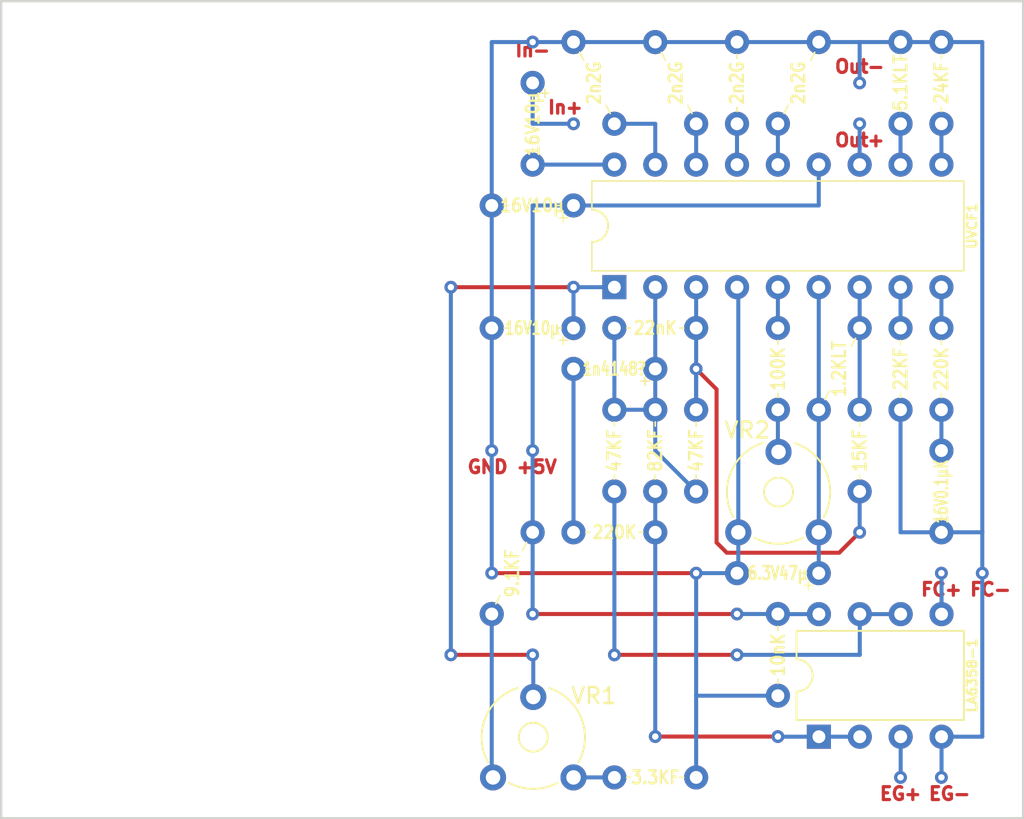
<source format=kicad_pcb>
(kicad_pcb (version 20170123) (host pcbnew "(2017-08-05 revision 2e96a5bc9)-master")

  (general
    (thickness 1.6)
    (drawings 14)
    (tracks 140)
    (zones 0)
    (modules 29)
    (nets 29)
  )

  (page A4)
  (layers
    (0 F.Cu signal)
    (31 B.Cu signal)
    (32 B.Adhes user)
    (33 F.Adhes user)
    (34 B.Paste user)
    (35 F.Paste user)
    (36 B.SilkS user)
    (37 F.SilkS user)
    (38 B.Mask user)
    (39 F.Mask user)
    (40 Dwgs.User user)
    (41 Cmts.User user)
    (42 Eco1.User user)
    (43 Eco2.User user)
    (44 Edge.Cuts user)
    (45 Margin user)
    (46 B.CrtYd user)
    (47 F.CrtYd user)
    (48 B.Fab user)
    (49 F.Fab user)
  )

  (setup
    (last_trace_width 0.25)
    (trace_clearance 0)
    (zone_clearance 0.508)
    (zone_45_only no)
    (trace_min 0.2)
    (segment_width 0.2)
    (edge_width 0.15)
    (via_size 0.8)
    (via_drill 0.4)
    (via_min_size 0.4)
    (via_min_drill 0.3)
    (uvia_size 0.3)
    (uvia_drill 0.1)
    (uvias_allowed no)
    (uvia_min_size 0.2)
    (uvia_min_drill 0.1)
    (pcb_text_width 0.3)
    (pcb_text_size 0.85 0.85)
    (mod_edge_width 0.15)
    (mod_text_size 1 1)
    (mod_text_width 0.15)
    (pad_size 1.5 1.5)
    (pad_drill 0.8)
    (pad_to_mask_clearance 0.2)
    (aux_axis_origin 0 0)
    (visible_elements FFFFFF7F)
    (pcbplotparams
      (layerselection 0x00030_ffffffff)
      (usegerberextensions false)
      (excludeedgelayer true)
      (linewidth 0.100000)
      (plotframeref false)
      (viasonmask false)
      (mode 1)
      (useauxorigin false)
      (hpglpennumber 1)
      (hpglpenspeed 20)
      (hpglpendiameter 15)
      (psnegative false)
      (psa4output false)
      (plotreference true)
      (plotvalue true)
      (plotinvisibletext false)
      (padsonsilk false)
      (subtractmaskfromsilk false)
      (outputformat 1)
      (mirror false)
      (drillshape 1)
      (scaleselection 1)
      (outputdirectory ""))
  )

  (net 0 "")
  (net 1 GNDA)
  (net 2 +5VA)
  (net 3 "Net-(C2-Pad2)")
  (net 4 "Net-(C3-Pad1)")
  (net 5 "Net-(C4-Pad1)")
  (net 6 "Net-(C5-Pad1)")
  (net 7 "Net-(C6-Pad1)")
  (net 8 "Net-(C8-Pad1)")
  (net 9 "Net-(C8-Pad2)")
  (net 10 "Net-(C10-Pad1)")
  (net 11 "Net-(D1-Pad2)")
  (net 12 "Net-(LA6358-1-Pad1)")
  (net 13 "Net-(LA6358-1-Pad6)")
  (net 14 "Net-(R1-Pad2)")
  (net 15 "Net-(R2-Pad2)")
  (net 16 "Net-(R3-Pad2)")
  (net 17 "Net-(R4-Pad1)")
  (net 18 "Net-(R13-Pad1)")
  (net 19 "Net-(R7-Pad2)")
  (net 20 "Net-(R7-Pad1)")
  (net 21 "Net-(R8-Pad1)")
  (net 22 "Net-(R9-Pad1)")
  (net 23 /Input)
  (net 24 /VBB)
  (net 25 /RESO)
  (net 26 /ENV)
  (net 27 /CUT)
  (net 28 /Output)

  (net_class Default "This is the default net class."
    (clearance 0)
    (trace_width 0.25)
    (via_dia 0.8)
    (via_drill 0.4)
    (uvia_dia 0.3)
    (uvia_drill 0.1)
    (add_net +5VA)
    (add_net /CUT)
    (add_net /ENV)
    (add_net /Input)
    (add_net /Output)
    (add_net /RESO)
    (add_net /VBB)
    (add_net GNDA)
    (add_net "Net-(C10-Pad1)")
    (add_net "Net-(C2-Pad2)")
    (add_net "Net-(C3-Pad1)")
    (add_net "Net-(C4-Pad1)")
    (add_net "Net-(C5-Pad1)")
    (add_net "Net-(C6-Pad1)")
    (add_net "Net-(C8-Pad1)")
    (add_net "Net-(C8-Pad2)")
    (add_net "Net-(D1-Pad2)")
    (add_net "Net-(LA6358-1-Pad1)")
    (add_net "Net-(LA6358-1-Pad6)")
    (add_net "Net-(R1-Pad2)")
    (add_net "Net-(R13-Pad1)")
    (add_net "Net-(R2-Pad2)")
    (add_net "Net-(R3-Pad2)")
    (add_net "Net-(R4-Pad1)")
    (add_net "Net-(R7-Pad1)")
    (add_net "Net-(R7-Pad2)")
    (add_net "Net-(R8-Pad1)")
    (add_net "Net-(R9-Pad1)")
  )

  (module MyKi_Generics:200Mil_2TH_Dn1_Generic placed (layer F.Cu) (tedit 5AB9DF38) (tstamp 5AB93929)
    (at 203.2 91.44 270)
    (tags "generic 2terminal value th 200mil")
    (path /5ABB9753/5ABB8FE1)
    (fp_text reference R3 (at 2.54 1.27 270) (layer F.CrtYd)
      (effects (font (size 0.8 0.7) (thickness 0.15)))
    )
    (fp_text value 9.1KF (at 2.54 1.27 270) (layer F.SilkS)
      (effects (font (size 0.8 0.7) (thickness 0.15)))
    )
    (fp_line (start 4.445 2.286) (end 3.937 2.032) (layer F.SilkS) (width 0.1))
    (fp_line (start 0.635 0.381) (end 1.143 0.635) (layer F.SilkS) (width 0.1))
    (pad 1 thru_hole circle (at 0 0 270) (size 1.5 1.5) (drill 0.8) (layers *.Cu *.Mask)
      (net 2 +5VA))
    (pad 2 thru_hole circle (at 5.08 2.54 270) (size 1.5 1.5) (drill 0.8) (layers *.Cu *.Mask)
      (net 16 "Net-(R3-Pad2)"))
  )

  (module MyKi_Generics:200Mil_2TH_Generic placed (layer F.Cu) (tedit 5AB87F59) (tstamp 5AB93922)
    (at 228.6 60.96 270)
    (tags "generic 2terminal value th 200mil")
    (path /5AC9E7EC)
    (fp_text reference R2 (at 2.54 0 270) (layer F.CrtYd)
      (effects (font (size 0.8 0.7) (thickness 0.15)))
    )
    (fp_text value 24KF (at 2.54 0 270) (layer F.SilkS)
      (effects (font (size 0.8 0.7) (thickness 0.15)))
    )
    (fp_line (start 4.064 0) (end 4.318 0) (layer F.SilkS) (width 0.1))
    (fp_line (start 0.762 0) (end 1.016 0) (layer F.SilkS) (width 0.1))
    (pad 1 thru_hole circle (at 0 0 270) (size 1.5 1.5) (drill 0.8) (layers *.Cu *.Mask)
      (net 1 GNDA))
    (pad 2 thru_hole circle (at 5.08 0 270) (size 1.5 1.5) (drill 0.8) (layers *.Cu *.Mask)
      (net 15 "Net-(R2-Pad2)"))
  )

  (module MyKi_Generics:200Mil_2TH_Generic placed (layer F.Cu) (tedit 5AB87F59) (tstamp 5AB9391B)
    (at 226.06 60.96 270)
    (tags "generic 2terminal value th 200mil")
    (path /5AC9E7F3)
    (fp_text reference R1 (at 2.54 0 270) (layer F.CrtYd)
      (effects (font (size 0.8 0.7) (thickness 0.15)))
    )
    (fp_text value 5.1KLT (at 2.54 0 270) (layer F.SilkS)
      (effects (font (size 0.8 0.7) (thickness 0.15)))
    )
    (fp_line (start 4.064 0) (end 4.318 0) (layer F.SilkS) (width 0.1))
    (fp_line (start 0.762 0) (end 1.016 0) (layer F.SilkS) (width 0.1))
    (pad 1 thru_hole circle (at 0 0 270) (size 1.5 1.5) (drill 0.8) (layers *.Cu *.Mask)
      (net 1 GNDA))
    (pad 2 thru_hole circle (at 5.08 0 270) (size 1.5 1.5) (drill 0.8) (layers *.Cu *.Mask)
      (net 14 "Net-(R1-Pad2)"))
  )

  (module MyKi_Generics:200Mil_2TH_Generic placed (layer F.Cu) (tedit 5AB87F59) (tstamp 5AB938D7)
    (at 215.9 66.04 90)
    (tags "generic 2terminal value th 200mil")
    (path /5AC9E92F)
    (fp_text reference C5 (at 2.54 0 90) (layer F.CrtYd)
      (effects (font (size 0.8 0.7) (thickness 0.15)))
    )
    (fp_text value 2n2G (at 2.54 0 90) (layer F.SilkS)
      (effects (font (size 0.8 0.7) (thickness 0.15)))
    )
    (fp_line (start 4.064 0) (end 4.318 0) (layer F.SilkS) (width 0.1))
    (fp_line (start 0.762 0) (end 1.016 0) (layer F.SilkS) (width 0.1))
    (pad 1 thru_hole circle (at 0 0 90) (size 1.5 1.5) (drill 0.8) (layers *.Cu *.Mask)
      (net 6 "Net-(C5-Pad1)"))
    (pad 2 thru_hole circle (at 5.08 0 90) (size 1.5 1.5) (drill 0.8) (layers *.Cu *.Mask)
      (net 1 GNDA))
  )

  (module MyKi_Generics:200Mil_2TH_Generic placed (layer F.Cu) (tedit 5AB87F59) (tstamp 5AB938F0)
    (at 213.36 78.74 180)
    (tags "generic 2terminal value th 200mil")
    (path /5AC9E7AE)
    (fp_text reference C8 (at 2.54 0 180) (layer F.CrtYd)
      (effects (font (size 0.8 0.7) (thickness 0.15)))
    )
    (fp_text value 22nK (at 2.54 0 180) (layer F.SilkS)
      (effects (font (size 0.8 0.7) (thickness 0.15)))
    )
    (fp_line (start 4.064 0) (end 4.318 0) (layer F.SilkS) (width 0.1))
    (fp_line (start 0.762 0) (end 1.016 0) (layer F.SilkS) (width 0.1))
    (pad 1 thru_hole circle (at 0 0 180) (size 1.5 1.5) (drill 0.8) (layers *.Cu *.Mask)
      (net 8 "Net-(C8-Pad1)"))
    (pad 2 thru_hole circle (at 5.08 0 180) (size 1.5 1.5) (drill 0.8) (layers *.Cu *.Mask)
      (net 9 "Net-(C8-Pad2)"))
  )

  (module MyKi_Generics:200Mil_2TH_Generic placed (layer F.Cu) (tedit 5AB9E36C) (tstamp 5AB938F7)
    (at 228.6 91.44 90)
    (tags "generic 2terminal value th 200mil")
    (path /5AC9E844)
    (fp_text reference C9 (at 2.54 0 90) (layer F.CrtYd)
      (effects (font (size 0.8 0.7) (thickness 0.15)))
    )
    (fp_text value 16V0.1µK (at 2.54 0 90) (layer F.SilkS)
      (effects (font (size 0.8 0.55) (thickness 0.1375)))
    )
    (fp_line (start 4.064 0) (end 4.318 0) (layer F.SilkS) (width 0.1))
    (fp_line (start 0.762 0) (end 1.016 0) (layer F.SilkS) (width 0.1))
    (pad 1 thru_hole circle (at 0 0 90) (size 1.5 1.5) (drill 0.8) (layers *.Cu *.Mask)
      (net 1 GNDA))
    (pad 2 thru_hole circle (at 5.08 0 90) (size 1.5 1.5) (drill 0.8) (layers *.Cu *.Mask)
      (net 25 /RESO))
  )

  (module MyKi_Generics:200Mil_2TH_Generic placed (layer F.Cu) (tedit 5AB87F59) (tstamp 5AB93909)
    (at 218.44 101.6 90)
    (tags "generic 2terminal value th 200mil")
    (path /5AC9E97A)
    (fp_text reference C11 (at 2.54 0 90) (layer F.CrtYd)
      (effects (font (size 0.8 0.7) (thickness 0.15)))
    )
    (fp_text value 10nK (at 2.54 0 90) (layer F.SilkS)
      (effects (font (size 0.8 0.7) (thickness 0.15)))
    )
    (fp_line (start 4.064 0) (end 4.318 0) (layer F.SilkS) (width 0.1))
    (fp_line (start 0.762 0) (end 1.016 0) (layer F.SilkS) (width 0.1))
    (pad 1 thru_hole circle (at 0 0 90) (size 1.5 1.5) (drill 0.8) (layers *.Cu *.Mask)
      (net 1 GNDA))
    (pad 2 thru_hole circle (at 5.08 0 90) (size 1.5 1.5) (drill 0.8) (layers *.Cu *.Mask)
      (net 2 +5VA))
  )

  (module MyKi_Generics:200Mil_2TH_Generic placed (layer F.Cu) (tedit 5AB87F59) (tstamp 5AB93930)
    (at 208.28 106.68)
    (tags "generic 2terminal value th 200mil")
    (path /5ABB9753/5ABB8FDA)
    (fp_text reference R4 (at 2.54 0) (layer F.CrtYd)
      (effects (font (size 0.8 0.7) (thickness 0.15)))
    )
    (fp_text value 3.3KF (at 2.54 0) (layer F.SilkS)
      (effects (font (size 0.8 0.7) (thickness 0.15)))
    )
    (fp_line (start 4.064 0) (end 4.318 0) (layer F.SilkS) (width 0.1))
    (fp_line (start 0.762 0) (end 1.016 0) (layer F.SilkS) (width 0.1))
    (pad 1 thru_hole circle (at 0 0) (size 1.5 1.5) (drill 0.8) (layers *.Cu *.Mask)
      (net 17 "Net-(R4-Pad1)"))
    (pad 2 thru_hole circle (at 5.08 0) (size 1.5 1.5) (drill 0.8) (layers *.Cu *.Mask)
      (net 1 GNDA))
  )

  (module MyKi_Generics:200Mil_2TH_Generic placed (layer F.Cu) (tedit 5AB87F59) (tstamp 5AB93937)
    (at 213.36 88.9 90)
    (tags "generic 2terminal value th 200mil")
    (path /5AC9E7A7)
    (fp_text reference R5 (at 2.54 0 90) (layer F.CrtYd)
      (effects (font (size 0.8 0.7) (thickness 0.15)))
    )
    (fp_text value 47KF (at 2.54 0 90) (layer F.SilkS)
      (effects (font (size 0.8 0.7) (thickness 0.15)))
    )
    (fp_line (start 4.064 0) (end 4.318 0) (layer F.SilkS) (width 0.1))
    (fp_line (start 0.762 0) (end 1.016 0) (layer F.SilkS) (width 0.1))
    (pad 1 thru_hole circle (at 0 0 90) (size 1.5 1.5) (drill 0.8) (layers *.Cu *.Mask)
      (net 9 "Net-(C8-Pad2)"))
    (pad 2 thru_hole circle (at 5.08 0 90) (size 1.5 1.5) (drill 0.8) (layers *.Cu *.Mask)
      (net 8 "Net-(C8-Pad1)"))
  )

  (module MyKi_Generics:200Mil_2TH_Generic placed (layer F.Cu) (tedit 5AB87F59) (tstamp 5AB93945)
    (at 218.44 78.74 270)
    (tags "generic 2terminal value th 200mil")
    (path /5AC9E7C2)
    (fp_text reference R7 (at 2.54 0 270) (layer F.CrtYd)
      (effects (font (size 0.8 0.7) (thickness 0.15)))
    )
    (fp_text value 100K (at 2.54 0 270) (layer F.SilkS)
      (effects (font (size 0.8 0.7) (thickness 0.15)))
    )
    (fp_line (start 4.064 0) (end 4.318 0) (layer F.SilkS) (width 0.1))
    (fp_line (start 0.762 0) (end 1.016 0) (layer F.SilkS) (width 0.1))
    (pad 1 thru_hole circle (at 0 0 270) (size 1.5 1.5) (drill 0.8) (layers *.Cu *.Mask)
      (net 20 "Net-(R7-Pad1)"))
    (pad 2 thru_hole circle (at 5.08 0 270) (size 1.5 1.5) (drill 0.8) (layers *.Cu *.Mask)
      (net 19 "Net-(R7-Pad2)"))
  )

  (module MyKi_Generics:200Mil_2TH_Generic placed (layer F.Cu) (tedit 5AB87F59) (tstamp 5AB9394C)
    (at 226.06 78.74 270)
    (tags "generic 2terminal value th 200mil")
    (path /5AC9E7BB)
    (fp_text reference R8 (at 2.54 0 270) (layer F.CrtYd)
      (effects (font (size 0.8 0.7) (thickness 0.15)))
    )
    (fp_text value 22KF (at 2.54 0 270) (layer F.SilkS)
      (effects (font (size 0.8 0.7) (thickness 0.15)))
    )
    (fp_line (start 4.064 0) (end 4.318 0) (layer F.SilkS) (width 0.1))
    (fp_line (start 0.762 0) (end 1.016 0) (layer F.SilkS) (width 0.1))
    (pad 1 thru_hole circle (at 0 0 270) (size 1.5 1.5) (drill 0.8) (layers *.Cu *.Mask)
      (net 21 "Net-(R8-Pad1)"))
    (pad 2 thru_hole circle (at 5.08 0 270) (size 1.5 1.5) (drill 0.8) (layers *.Cu *.Mask)
      (net 1 GNDA))
  )

  (module MyKi_Generics:200Mil_2TH_Generic placed (layer F.Cu) (tedit 5AB87F59) (tstamp 5AB93953)
    (at 228.6 78.74 270)
    (tags "generic 2terminal value th 200mil")
    (path /5AC9E83D)
    (fp_text reference R9 (at 2.54 0 270) (layer F.CrtYd)
      (effects (font (size 0.8 0.7) (thickness 0.15)))
    )
    (fp_text value 220K (at 2.54 0 270) (layer F.SilkS)
      (effects (font (size 0.8 0.7) (thickness 0.15)))
    )
    (fp_line (start 4.064 0) (end 4.318 0) (layer F.SilkS) (width 0.1))
    (fp_line (start 0.762 0) (end 1.016 0) (layer F.SilkS) (width 0.1))
    (pad 1 thru_hole circle (at 0 0 270) (size 1.5 1.5) (drill 0.8) (layers *.Cu *.Mask)
      (net 22 "Net-(R9-Pad1)"))
    (pad 2 thru_hole circle (at 5.08 0 270) (size 1.5 1.5) (drill 0.8) (layers *.Cu *.Mask)
      (net 25 /RESO))
  )

  (module MyKi_Generics:200Mil_2TH_Generic placed (layer F.Cu) (tedit 5AB9E3B2) (tstamp 5AB9395A)
    (at 210.82 91.44 180)
    (tags "generic 2terminal value th 200mil")
    (path /5AC9E93D)
    (fp_text reference R10 (at 2.54 0 180) (layer F.CrtYd)
      (effects (font (size 0.8 0.7) (thickness 0.15)))
    )
    (fp_text value 220K (at 2.54 0) (layer F.SilkS)
      (effects (font (size 0.8 0.7) (thickness 0.15)))
    )
    (fp_line (start 4.064 0) (end 4.318 0) (layer F.SilkS) (width 0.1))
    (fp_line (start 0.762 0) (end 1.016 0) (layer F.SilkS) (width 0.1))
    (pad 1 thru_hole circle (at 0 0 180) (size 1.5 1.5) (drill 0.8) (layers *.Cu *.Mask)
      (net 12 "Net-(LA6358-1-Pad1)"))
    (pad 2 thru_hole circle (at 5.08 0 180) (size 1.5 1.5) (drill 0.8) (layers *.Cu *.Mask)
      (net 11 "Net-(D1-Pad2)"))
  )

  (module MyKi_Generics:200Mil_2TH_Generic placed (layer F.Cu) (tedit 5AB87F59) (tstamp 5AB93961)
    (at 210.82 88.9 90)
    (tags "generic 2terminal value th 200mil")
    (path /5AC9E944)
    (fp_text reference R11 (at 2.54 0 90) (layer F.CrtYd)
      (effects (font (size 0.8 0.7) (thickness 0.15)))
    )
    (fp_text value 82KF (at 2.54 0 90) (layer F.SilkS)
      (effects (font (size 0.8 0.7) (thickness 0.15)))
    )
    (fp_line (start 4.064 0) (end 4.318 0) (layer F.SilkS) (width 0.1))
    (fp_line (start 0.762 0) (end 1.016 0) (layer F.SilkS) (width 0.1))
    (pad 1 thru_hole circle (at 0 0 90) (size 1.5 1.5) (drill 0.8) (layers *.Cu *.Mask)
      (net 12 "Net-(LA6358-1-Pad1)"))
    (pad 2 thru_hole circle (at 5.08 0 90) (size 1.5 1.5) (drill 0.8) (layers *.Cu *.Mask)
      (net 9 "Net-(C8-Pad2)"))
  )

  (module MyKi_Generics:200Mil_2TH_Generic placed (layer F.Cu) (tedit 5AB87F59) (tstamp 5AB93968)
    (at 208.28 88.9 90)
    (tags "generic 2terminal value th 200mil")
    (path /5AC9E94B)
    (fp_text reference R12 (at 2.54 0 90) (layer F.CrtYd)
      (effects (font (size 0.8 0.7) (thickness 0.15)))
    )
    (fp_text value 47KF (at 2.54 0 90) (layer F.SilkS)
      (effects (font (size 0.8 0.7) (thickness 0.15)))
    )
    (fp_line (start 4.064 0) (end 4.318 0) (layer F.SilkS) (width 0.1))
    (fp_line (start 0.762 0) (end 1.016 0) (layer F.SilkS) (width 0.1))
    (pad 1 thru_hole circle (at 0 0 90) (size 1.5 1.5) (drill 0.8) (layers *.Cu *.Mask)
      (net 13 "Net-(LA6358-1-Pad6)"))
    (pad 2 thru_hole circle (at 5.08 0 90) (size 1.5 1.5) (drill 0.8) (layers *.Cu *.Mask)
      (net 9 "Net-(C8-Pad2)"))
  )

  (module MyKi_Generics:200Mil_2TH_Generic placed (layer F.Cu) (tedit 5AB87F59) (tstamp 5AB9396F)
    (at 223.52 83.82 270)
    (tags "generic 2terminal value th 200mil")
    (path /5AC9E7D7)
    (fp_text reference R13 (at 2.54 0 270) (layer F.CrtYd)
      (effects (font (size 0.8 0.7) (thickness 0.15)))
    )
    (fp_text value 15KF (at 2.54 0 270) (layer F.SilkS)
      (effects (font (size 0.8 0.7) (thickness 0.15)))
    )
    (fp_line (start 4.064 0) (end 4.318 0) (layer F.SilkS) (width 0.1))
    (fp_line (start 0.762 0) (end 1.016 0) (layer F.SilkS) (width 0.1))
    (pad 1 thru_hole circle (at 0 0 270) (size 1.5 1.5) (drill 0.8) (layers *.Cu *.Mask)
      (net 18 "Net-(R13-Pad1)"))
    (pad 2 thru_hole circle (at 5.08 0 270) (size 1.5 1.5) (drill 0.8) (layers *.Cu *.Mask)
      (net 8 "Net-(C8-Pad1)"))
  )

  (module MyKi_Generics:200Mil_2TH_Polar_Generic placed (layer F.Cu) (tedit 5AB9E360) (tstamp 5AB938E5)
    (at 205.74 78.74 180)
    (tags "generic 2terminal polar value th 200mil")
    (path /5ABB9753/5ABB8FEF)
    (fp_text reference C7 (at 2.54 0 180) (layer F.CrtYd)
      (effects (font (size 0.8 0.7) (thickness 0.15)))
    )
    (fp_text value 16V10µ (at 2.54 0 180) (layer F.SilkS)
      (effects (font (size 0.8 0.6) (thickness 0.15)))
    )
    (fp_line (start 0.635 -0.508) (end 0.635 -1.016) (layer F.SilkS) (width 0.1))
    (fp_line (start 0.381 -0.762) (end 0.889 -0.762) (layer F.SilkS) (width 0.1))
    (fp_line (start 4.064 0) (end 4.318 0) (layer F.SilkS) (width 0.1))
    (fp_line (start 0.762 0) (end 1.016 0) (layer F.SilkS) (width 0.1))
    (pad 1 thru_hole circle (at 0 0 180) (size 1.5 1.5) (drill 0.8) (layers *.Cu *.Mask)
      (net 24 /VBB))
    (pad 2 thru_hole circle (at 5.08 0 180) (size 1.5 1.5) (drill 0.8) (layers *.Cu *.Mask)
      (net 1 GNDA))
  )

  (module MyKi_Generics:200Mil_2TH_Polar_Generic placed (layer F.Cu) (tedit 5AB9E379) (tstamp 5AB938FE)
    (at 220.98 93.98 180)
    (tags "generic 2terminal polar value th 200mil")
    (path /5AC9E7E5)
    (fp_text reference C10 (at 2.54 0 180) (layer F.CrtYd)
      (effects (font (size 0.8 0.7) (thickness 0.15)))
    )
    (fp_text value 6.3V47µ (at 2.54 0 180) (layer F.SilkS)
      (effects (font (size 0.8 0.6) (thickness 0.15)))
    )
    (fp_line (start 0.635 -0.508) (end 0.635 -1.016) (layer F.SilkS) (width 0.1))
    (fp_line (start 0.381 -0.762) (end 0.889 -0.762) (layer F.SilkS) (width 0.1))
    (fp_line (start 4.064 0) (end 4.318 0) (layer F.SilkS) (width 0.1))
    (fp_line (start 0.762 0) (end 1.016 0) (layer F.SilkS) (width 0.1))
    (pad 1 thru_hole circle (at 0 0 180) (size 1.5 1.5) (drill 0.8) (layers *.Cu *.Mask)
      (net 10 "Net-(C10-Pad1)"))
    (pad 2 thru_hole circle (at 5.08 0 180) (size 1.5 1.5) (drill 0.8) (layers *.Cu *.Mask)
      (net 1 GNDA))
  )

  (module MyKi_Generics:200Mil_2TH_Polar_Generic placed (layer F.Cu) (tedit 5AB9E353) (tstamp 5AB93910)
    (at 210.82 81.28 180)
    (tags "generic 2terminal polar value th 200mil")
    (path /5AC9E703)
    (fp_text reference D1 (at 2.54 0 180) (layer F.CrtYd)
      (effects (font (size 0.8 0.7) (thickness 0.15)))
    )
    (fp_text value 1n4148? (at 2.54 0 180) (layer F.SilkS)
      (effects (font (size 0.8 0.6) (thickness 0.15)))
    )
    (fp_line (start 0.635 -0.508) (end 0.635 -1.016) (layer F.SilkS) (width 0.1))
    (fp_line (start 0.381 -0.762) (end 0.889 -0.762) (layer F.SilkS) (width 0.1))
    (fp_line (start 4.064 0) (end 4.318 0) (layer F.SilkS) (width 0.1))
    (fp_line (start 0.762 0) (end 1.016 0) (layer F.SilkS) (width 0.1))
    (pad 1 thru_hole circle (at 0 0 180) (size 1.5 1.5) (drill 0.8) (layers *.Cu *.Mask)
      (net 9 "Net-(C8-Pad2)"))
    (pad 2 thru_hole circle (at 5.08 0 180) (size 1.5 1.5) (drill 0.8) (layers *.Cu *.Mask)
      (net 11 "Net-(D1-Pad2)"))
  )

  (module MyKi_Generics:200Mil_2TH_Polar_Generic placed (layer F.Cu) (tedit 5AB9E186) (tstamp 5AB9DD1F)
    (at 205.74 71.12 180)
    (tags "generic 2terminal polar value th 200mil")
    (path /5AC9E8DB)
    (fp_text reference C1 (at 2.54 0 180) (layer F.CrtYd)
      (effects (font (size 0.8 0.7) (thickness 0.15)))
    )
    (fp_text value 16V10µ (at 2.54 0 180) (layer F.SilkS)
      (effects (font (size 0.8 0.7) (thickness 0.15)))
    )
    (fp_line (start 0.635 -0.508) (end 0.635 -1.016) (layer F.SilkS) (width 0.1))
    (fp_line (start 0.381 -0.762) (end 0.889 -0.762) (layer F.SilkS) (width 0.1))
    (fp_line (start 4.064 0) (end 4.318 0) (layer F.SilkS) (width 0.1))
    (fp_line (start 0.762 0) (end 1.016 0) (layer F.SilkS) (width 0.1))
    (pad 1 thru_hole circle (at 0 0 180) (size 1.5 1.5) (drill 0.8) (layers *.Cu *.Mask)
      (net 2 +5VA))
    (pad 2 thru_hole circle (at 5.08 0 180) (size 1.5 1.5) (drill 0.8) (layers *.Cu *.Mask)
      (net 1 GNDA))
  )

  (module MyKi_Generics:200Mil_2TH_Polar_Generic placed (layer F.Cu) (tedit 5AB9E186) (tstamp 5AB9DD2A)
    (at 203.2 63.5 270)
    (tags "generic 2terminal polar value th 200mil")
    (path /5AC9E726)
    (fp_text reference C2 (at 2.54 0 270) (layer F.CrtYd)
      (effects (font (size 0.8 0.7) (thickness 0.15)))
    )
    (fp_text value 16V10µ (at 2.54 0 270) (layer F.SilkS)
      (effects (font (size 0.8 0.7) (thickness 0.15)))
    )
    (fp_line (start 0.635 -0.508) (end 0.635 -1.016) (layer F.SilkS) (width 0.1))
    (fp_line (start 0.381 -0.762) (end 0.889 -0.762) (layer F.SilkS) (width 0.1))
    (fp_line (start 4.064 0) (end 4.318 0) (layer F.SilkS) (width 0.1))
    (fp_line (start 0.762 0) (end 1.016 0) (layer F.SilkS) (width 0.1))
    (pad 1 thru_hole circle (at 0 0 270) (size 1.5 1.5) (drill 0.8) (layers *.Cu *.Mask)
      (net 23 /Input))
    (pad 2 thru_hole circle (at 5.08 0 270) (size 1.5 1.5) (drill 0.8) (layers *.Cu *.Mask)
      (net 3 "Net-(C2-Pad2)"))
  )

  (module MyKi_Generics:200Mil_2TH_Dn1_Generic placed (layer F.Cu) (tedit 5AB9DF38) (tstamp 5AB9393E)
    (at 220.98 83.82 90)
    (tags "generic 2terminal value th 200mil")
    (path /5AC9E7DE)
    (fp_text reference R6 (at 2.54 1.27 90) (layer F.CrtYd)
      (effects (font (size 0.8 0.7) (thickness 0.15)))
    )
    (fp_text value 1.2KLT (at 2.54 1.27 90) (layer F.SilkS)
      (effects (font (size 0.8 0.7) (thickness 0.15)))
    )
    (fp_line (start 4.445 2.286) (end 3.937 2.032) (layer F.SilkS) (width 0.1))
    (fp_line (start 0.635 0.381) (end 1.143 0.635) (layer F.SilkS) (width 0.1))
    (pad 1 thru_hole circle (at 0 0 90) (size 1.5 1.5) (drill 0.8) (layers *.Cu *.Mask)
      (net 10 "Net-(C10-Pad1)"))
    (pad 2 thru_hole circle (at 5.08 2.54 90) (size 1.5 1.5) (drill 0.8) (layers *.Cu *.Mask)
      (net 18 "Net-(R13-Pad1)"))
  )

  (module MyKi_Generics:200Mil_2TH_Dn1_Generic placed (layer F.Cu) (tedit 5AB9DF38) (tstamp 5AB938DE)
    (at 218.44 66.04 90)
    (tags "generic 2terminal value th 200mil")
    (path /5AC9E936)
    (fp_text reference C6 (at 2.54 1.27 90) (layer F.CrtYd)
      (effects (font (size 0.8 0.7) (thickness 0.15)))
    )
    (fp_text value 2n2G (at 2.54 1.27 90) (layer F.SilkS)
      (effects (font (size 0.8 0.7) (thickness 0.15)))
    )
    (fp_line (start 4.445 2.286) (end 3.937 2.032) (layer F.SilkS) (width 0.1))
    (fp_line (start 0.635 0.381) (end 1.143 0.635) (layer F.SilkS) (width 0.1))
    (pad 1 thru_hole circle (at 0 0 90) (size 1.5 1.5) (drill 0.8) (layers *.Cu *.Mask)
      (net 7 "Net-(C6-Pad1)"))
    (pad 2 thru_hole circle (at 5.08 2.54 90) (size 1.5 1.5) (drill 0.8) (layers *.Cu *.Mask)
      (net 1 GNDA))
  )

  (module MyKi_Generics:200Mil_2TH_Up1_Generic placed (layer F.Cu) (tedit 5AB9E090) (tstamp 5AB938C9)
    (at 208.28 66.04 90)
    (tags "generic 2terminal value th 200mil")
    (path /5AC9E921)
    (fp_text reference C3 (at 2.54 -1.27 90) (layer F.CrtYd)
      (effects (font (size 0.8 0.7) (thickness 0.15)))
    )
    (fp_text value 2n2G (at 2.54 -1.27 90) (layer F.SilkS)
      (effects (font (size 0.8 0.7) (thickness 0.15)))
    )
    (fp_line (start 3.937 -1.905) (end 4.445 -2.159) (layer F.SilkS) (width 0.1))
    (fp_line (start 0.635 -0.254) (end 1.143 -0.508) (layer F.SilkS) (width 0.1))
    (pad 1 thru_hole circle (at 0 0 90) (size 1.5 1.5) (drill 0.8) (layers *.Cu *.Mask)
      (net 4 "Net-(C3-Pad1)"))
    (pad 2 thru_hole circle (at 5.08 -2.54 90) (size 1.5 1.5) (drill 0.8) (layers *.Cu *.Mask)
      (net 1 GNDA))
  )

  (module MyKi_Generics:200Mil_2TH_Up1_Generic placed (layer F.Cu) (tedit 5AB9E090) (tstamp 5AB938D0)
    (at 213.36 66.04 90)
    (tags "generic 2terminal value th 200mil")
    (path /5AC9E928)
    (fp_text reference C4 (at 2.54 -1.27 90) (layer F.CrtYd)
      (effects (font (size 0.8 0.7) (thickness 0.15)))
    )
    (fp_text value 2n2G (at 2.54 -1.27 90) (layer F.SilkS)
      (effects (font (size 0.8 0.7) (thickness 0.15)))
    )
    (fp_line (start 3.937 -1.905) (end 4.445 -2.159) (layer F.SilkS) (width 0.1))
    (fp_line (start 0.635 -0.254) (end 1.143 -0.508) (layer F.SilkS) (width 0.1))
    (pad 1 thru_hole circle (at 0 0 90) (size 1.5 1.5) (drill 0.8) (layers *.Cu *.Mask)
      (net 5 "Net-(C4-Pad1)"))
    (pad 2 thru_hole circle (at 5.08 -2.54 90) (size 1.5 1.5) (drill 0.8) (layers *.Cu *.Mask)
      (net 1 GNDA))
  )

  (module MyKi_TH_IC:300Mil_DIP18 placed (layer F.Cu) (tedit 5AB9E389) (tstamp 5AB89DCD)
    (at 210.82 76.2 90)
    (descr "14-lead dip package, row spacing 7.62 mm (300 mils), Socket")
    (tags "DIL DIP PDIP 2.54mm 7.62mm 300mil Socket")
    (path /5AC9E7A0)
    (fp_text reference UVCF1 (at 3.81 19.685 90) (layer F.SilkS)
      (effects (font (size 0.6 0.6) (thickness 0.15)))
    )
    (fp_text value NJM2090 (at 3.81 8.255 180) (layer F.Fab)
      (effects (font (size 0.8 0.8) (thickness 0.15)))
    )
    (fp_arc (start 3.81 -3.93) (end 2.81 -3.93) (angle -180) (layer F.Fab) (width 0.12))
    (fp_line (start 2.81 -3.93) (end 1.04 -3.93) (layer F.Fab) (width 0.12))
    (fp_line (start 1.04 19.17) (end 6.58 19.17) (layer F.Fab) (width 0.12))
    (fp_arc (start 3.81 -3.93) (end 2.81 -3.93) (angle -180) (layer F.SilkS) (width 0.12))
    (fp_line (start 6.604 -3.937) (end 4.826 -3.937) (layer F.Fab) (width 0.1))
    (fp_line (start 6.604 19.177) (end 6.604 -3.937) (layer F.Fab) (width 0.1))
    (fp_line (start 1.016 -3.937) (end 1.016 19.177) (layer F.Fab) (width 0.1))
    (fp_line (start 6.604 -3.937) (end 4.826 -3.937) (layer F.SilkS) (width 0.1))
    (fp_line (start 6.604 19.177) (end 6.604 -3.937) (layer F.SilkS) (width 0.1))
    (fp_line (start 1.016 19.177) (end 6.604 19.177) (layer F.SilkS) (width 0.1))
    (fp_line (start 1.016 -3.937) (end 1.016 19.177) (layer F.SilkS) (width 0.1))
    (fp_line (start 2.794 -3.937) (end 1.016 -3.937) (layer F.SilkS) (width 0.1))
    (pad 1 thru_hole rect (at 0 -2.54 90) (size 1.5 1.5) (drill 0.8) (layers *.Cu *.Mask)
      (net 24 /VBB))
    (pad 8 thru_hole circle (at 0 15.24 90) (size 1.5 1.5) (drill 0.8) (layers *.Cu *.Mask)
      (net 21 "Net-(R8-Pad1)"))
    (pad 2 thru_hole circle (at 0 0 90) (size 1.5 1.5) (drill 0.8) (layers *.Cu *.Mask)
      (net 9 "Net-(C8-Pad2)"))
    (pad 9 thru_hole circle (at 0 17.78 90) (size 1.5 1.5) (drill 0.8) (layers *.Cu *.Mask)
      (net 22 "Net-(R9-Pad1)"))
    (pad 3 thru_hole circle (at 0 2.54 90) (size 1.5 1.5) (drill 0.8) (layers *.Cu *.Mask)
      (net 8 "Net-(C8-Pad1)"))
    (pad 10 thru_hole circle (at 7.62 17.78 90) (size 1.5 1.5) (drill 0.8) (layers *.Cu *.Mask)
      (net 15 "Net-(R2-Pad2)"))
    (pad 4 thru_hole circle (at 0 5.08 90) (size 1.5 1.5) (drill 0.8) (layers *.Cu *.Mask)
      (net 1 GNDA))
    (pad 11 thru_hole circle (at 7.62 15.24 90) (size 1.5 1.5) (drill 0.8) (layers *.Cu *.Mask)
      (net 14 "Net-(R1-Pad2)"))
    (pad 5 thru_hole circle (at 0 7.62 90) (size 1.5 1.5) (drill 0.8) (layers *.Cu *.Mask)
      (net 20 "Net-(R7-Pad1)"))
    (pad 12 thru_hole circle (at 7.62 12.7 90) (size 1.5 1.5) (drill 0.8) (layers *.Cu *.Mask)
      (net 28 /Output))
    (pad 6 thru_hole circle (at 0 10.16 90) (size 1.5 1.5) (drill 0.8) (layers *.Cu *.Mask)
      (net 10 "Net-(C10-Pad1)"))
    (pad 13 thru_hole circle (at 7.62 10.16 90) (size 1.5 1.5) (drill 0.8) (layers *.Cu *.Mask)
      (net 2 +5VA))
    (pad 7 thru_hole circle (at 0 12.7 90) (size 1.5 1.5) (drill 0.8) (layers *.Cu *.Mask)
      (net 18 "Net-(R13-Pad1)"))
    (pad 14 thru_hole circle (at 7.62 7.62 90) (size 1.5 1.5) (drill 0.8) (layers *.Cu *.Mask)
      (net 7 "Net-(C6-Pad1)"))
    (pad 18 thru_hole circle (at 7.62 -2.54 90) (size 1.5 1.5) (drill 0.8) (layers *.Cu *.Mask)
      (net 3 "Net-(C2-Pad2)"))
    (pad 17 thru_hole circle (at 7.62 0 90) (size 1.5 1.5) (drill 0.8) (layers *.Cu *.Mask)
      (net 4 "Net-(C3-Pad1)"))
    (pad 16 thru_hole circle (at 7.62 2.54 90) (size 1.5 1.5) (drill 0.8) (layers *.Cu *.Mask)
      (net 5 "Net-(C4-Pad1)"))
    (pad 15 thru_hole circle (at 7.62 5.08 90) (size 1.5 1.5) (drill 0.8) (layers *.Cu *.Mask)
      (net 6 "Net-(C5-Pad1)"))
    (model MyKi/TH_IC/300Mil_DIP18.wrl
      (at (xyz 0.15 -0.3 0))
      (scale (xyz 1 1 1))
      (rotate (xyz 0 0 90))
    )
  )

  (module MyKi_TH_IC:300Mil_DIP8 placed (layer F.Cu) (tedit 5AB9E380) (tstamp 5AB89D43)
    (at 220.989026 104.149026 90)
    (descr "14-lead dip package, row spacing 7.62 mm (300 mils), Socket")
    (tags "DIL DIP PDIP 2.54mm 7.62mm 300mil Socket")
    (path /5AC9E8E9)
    (fp_text reference LA6358-1 (at 3.819026 9.515974 90) (layer F.SilkS)
      (effects (font (size 0.6 0.6) (thickness 0.15)))
    )
    (fp_text value NJM4558 (at 3.81 4.445 180) (layer F.Fab)
      (effects (font (size 0.8 0.8) (thickness 0.15)))
    )
    (fp_line (start 1.04 9.01) (end 6.58 9.01) (layer F.Fab) (width 0.12))
    (fp_line (start 1.04 -1.39) (end 1.04 9) (layer F.Fab) (width 0.12))
    (fp_line (start 6.58 9) (end 6.58 -1.39) (layer F.Fab) (width 0.12))
    (fp_line (start 6.58 -1.39) (end 4.81 -1.39) (layer F.Fab) (width 0.12))
    (fp_arc (start 3.81 -1.39) (end 2.81 -1.39) (angle -180) (layer F.Fab) (width 0.12))
    (fp_line (start 2.81 -1.39) (end 1.04 -1.39) (layer F.Fab) (width 0.12))
    (fp_line (start 2.81 -1.39) (end 1.04 -1.39) (layer F.SilkS) (width 0.12))
    (fp_line (start 1.04 -1.39) (end 1.04 9) (layer F.SilkS) (width 0.12))
    (fp_line (start 1.04 9.01) (end 6.58 9.01) (layer F.SilkS) (width 0.12))
    (fp_line (start 6.58 9) (end 6.58 -1.39) (layer F.SilkS) (width 0.12))
    (fp_line (start 6.58 -1.39) (end 4.81 -1.39) (layer F.SilkS) (width 0.12))
    (fp_arc (start 3.81 -1.39) (end 2.81 -1.39) (angle -180) (layer F.SilkS) (width 0.12))
    (pad 1 thru_hole rect (at 0 0 90) (size 1.5 1.5) (drill 0.8) (layers *.Cu *.Mask)
      (net 12 "Net-(LA6358-1-Pad1)"))
    (pad 8 thru_hole circle (at 7.62 0 90) (size 1.5 1.5) (drill 0.8) (layers *.Cu *.Mask)
      (net 2 +5VA))
    (pad 2 thru_hole circle (at 0 2.54 90) (size 1.5 1.5) (drill 0.8) (layers *.Cu *.Mask)
      (net 12 "Net-(LA6358-1-Pad1)"))
    (pad 3 thru_hole circle (at 0 5.08 90) (size 1.5 1.5) (drill 0.8) (layers *.Cu *.Mask)
      (net 26 /ENV))
    (pad 4 thru_hole circle (at 0 7.62 90) (size 1.5 1.5) (drill 0.8) (layers *.Cu *.Mask)
      (net 1 GNDA))
    (pad 5 thru_hole circle (at 7.62 7.62 90) (size 1.5 1.5) (drill 0.8) (layers *.Cu *.Mask)
      (net 27 /CUT))
    (pad 6 thru_hole circle (at 7.62 5.08 90) (size 1.5 1.5) (drill 0.8) (layers *.Cu *.Mask)
      (net 13 "Net-(LA6358-1-Pad6)"))
    (pad 7 thru_hole circle (at 7.62 2.54 90) (size 1.5 1.5) (drill 0.8) (layers *.Cu *.Mask)
      (net 13 "Net-(LA6358-1-Pad6)"))
    (model MyKi/TH_IC/300Mil_DIP8.wrl
      (at (xyz 0.15 -0.15 0))
      (scale (xyz 1 1 1))
      (rotate (xyz 0 0 90))
    )
  )

  (module Potentiometers:Potentiometer_Trimmer_Piher_PT-6v_Horizontal (layer F.Cu) (tedit 5AB9EB2B) (tstamp 5AB89DE0)
    (at 205.74 106.68 90)
    (descr "Potentiometer, horizontally mounted, Omeg PC16PU, Omeg PC16PU, Omeg PC16PU, Vishay/Spectrol 248GJ/249GJ Single, Vishay/Spectrol 248GJ/249GJ Single, Vishay/Spectrol 248GJ/249GJ Single, Vishay/Spectrol 248GH/249GH Single, Vishay/Spectrol 148/149 Single, Vishay/Spectrol 148/149 Single, Vishay/Spectrol 148/149 Single, Vishay/Spectrol 148A/149A Single with mounting plates, Vishay/Spectrol 148/149 Double, Vishay/Spectrol 148A/149A Double with mounting plates, Piher PC-16 Single, Piher PC-16 Single, Piher PC-16 Single, Piher PC-16SV Single, Piher PC-16 Double, Piher PC-16 Triple, Piher T16H Single, Piher T16L Single, Piher T16H Double, Alps RK163 Single, Alps RK163 Double, Alps RK097 Single, Alps RK097 Double, Bourns PTV09A-2 Single with mounting sleve Single, Bourns PTV09A-1 with mounting sleve Single, Bourns PRS11S Single, Alps RK09K Single with mounting sleve Single, Alps RK09K with mounting sleve Single, Alps RK09L Single, Alps RK09L Single, Alps RK09L Double, Alps RK09L Double, Alps RK09Y Single, Bourns 3339S Single, Bourns 3339S Single, Bourns 3339P Single, Bourns 3339H Single, Vishay T7YA Single, Suntan TSR-3386H Single, Suntan TSR-3386H Single, Suntan TSR-3386P Single, Vishay T73XX Single, Vishay T73XX Single, Vishay T73YP Single, Piher PT-6h Single, Piher PT-6v Single, http://www.piher-nacesa.com/pdf/11-PT6v03.pdf")
    (tags "Potentiometer horizontal  Omeg PC16PU  Omeg PC16PU  Omeg PC16PU  Vishay/Spectrol 248GJ/249GJ Single  Vishay/Spectrol 248GJ/249GJ Single  Vishay/Spectrol 248GJ/249GJ Single  Vishay/Spectrol 248GH/249GH Single  Vishay/Spectrol 148/149 Single  Vishay/Spectrol 148/149 Single  Vishay/Spectrol 148/149 Single  Vishay/Spectrol 148A/149A Single with mounting plates  Vishay/Spectrol 148/149 Double  Vishay/Spectrol 148A/149A Double with mounting plates  Piher PC-16 Single  Piher PC-16 Single  Piher PC-16 Single  Piher PC-16SV Single  Piher PC-16 Double  Piher PC-16 Triple  Piher T16H Single  Piher T16L Single  Piher T16H Double  Alps RK163 Single  Alps RK163 Double  Alps RK097 Single  Alps RK097 Double  Bourns PTV09A-2 Single with mounting sleve Single  Bourns PTV09A-1 with mounting sleve Single  Bourns PRS11S Single  Alps RK09K Single with mounting sleve Single  Alps RK09K with mounting sleve Single  Alps RK09L Single  Alps RK09L Single  Alps RK09L Double  Alps RK09L Double  Alps RK09Y Single  Bourns 3339S Single  Bourns 3339S Single  Bourns 3339P Single  Bourns 3339H Single  Vishay T7YA Single  Suntan TSR-3386H Single  Suntan TSR-3386H Single  Suntan TSR-3386P Single  Vishay T73XX Single  Vishay T73XX Single  Vishay T73YP Single  Piher PT-6h Single  Piher PT-6v Single")
    (path /5ABB9753/5ABB8FE8)
    (fp_text reference VR1 (at 5.08 1.27) (layer F.SilkS)
      (effects (font (size 1 1) (thickness 0.15)))
    )
    (fp_text value B500Ω (at 6.35 0 180) (layer F.Fab)
      (effects (font (size 0.85 0.7) (thickness 0.15)))
    )
    (fp_arc (start 2.5 -2.5) (end 2.5 0.71) (angle -72) (layer F.SilkS) (width 0.12))
    (fp_arc (start 2.5 -2.5) (end 5.553 -3.491) (angle -101) (layer F.SilkS) (width 0.12))
    (fp_arc (start 2.5 -2.5) (end -0.335 -4.007) (angle -56) (layer F.SilkS) (width 0.12))
    (fp_arc (start 2.5 -2.5) (end 0.944 0.308) (angle -30) (layer F.SilkS) (width 0.12))
    (fp_circle (center 2.5 -2.5) (end 5.65 -2.5) (layer F.Fab) (width 0.1))
    (fp_circle (center 2.5 -2.5) (end 3.5 -2.5) (layer F.Fab) (width 0.1))
    (fp_circle (center 2.5 -2.5) (end 3.4 -2.5) (layer F.Fab) (width 0.1))
    (fp_circle (center 2.5 -2.5) (end 3.4 -2.5) (layer F.SilkS) (width 0.12))
    (fp_line (start -1.1 -6.1) (end -1.1 1.1) (layer F.CrtYd) (width 0.05))
    (fp_line (start -1.1 1.1) (end 6.1 1.1) (layer F.CrtYd) (width 0.05))
    (fp_line (start 6.1 1.1) (end 6.1 -6.1) (layer F.CrtYd) (width 0.05))
    (fp_line (start 6.1 -6.1) (end -1.1 -6.1) (layer F.CrtYd) (width 0.05))
    (pad 3 thru_hole circle (at 0 -5 90) (size 1.62 1.62) (drill 0.9) (layers *.Cu *.Mask)
      (net 16 "Net-(R3-Pad2)"))
    (pad 2 thru_hole circle (at 5 -2.5 90) (size 1.62 1.62) (drill 0.9) (layers *.Cu *.Mask)
      (net 24 /VBB))
    (pad 1 thru_hole circle (at 0 0 90) (size 1.62 1.62) (drill 0.9) (layers *.Cu *.Mask)
      (net 17 "Net-(R4-Pad1)"))
    (model Potentiometers.3dshapes/Potentiometer_Trimmer_Piher_PT-6v_Horizontal.wrl
      (at (xyz 0 0 0))
      (scale (xyz 0.393701 0.393701 0.393701))
      (rotate (xyz 0 0 0))
    )
  )

  (module Potentiometers:Potentiometer_Trimmer_Piher_PT-6v_Horizontal (layer F.Cu) (tedit 5AB9E3A2) (tstamp 5AB89DF3)
    (at 220.98 91.44 90)
    (descr "Potentiometer, horizontally mounted, Omeg PC16PU, Omeg PC16PU, Omeg PC16PU, Vishay/Spectrol 248GJ/249GJ Single, Vishay/Spectrol 248GJ/249GJ Single, Vishay/Spectrol 248GJ/249GJ Single, Vishay/Spectrol 248GH/249GH Single, Vishay/Spectrol 148/149 Single, Vishay/Spectrol 148/149 Single, Vishay/Spectrol 148/149 Single, Vishay/Spectrol 148A/149A Single with mounting plates, Vishay/Spectrol 148/149 Double, Vishay/Spectrol 148A/149A Double with mounting plates, Piher PC-16 Single, Piher PC-16 Single, Piher PC-16 Single, Piher PC-16SV Single, Piher PC-16 Double, Piher PC-16 Triple, Piher T16H Single, Piher T16L Single, Piher T16H Double, Alps RK163 Single, Alps RK163 Double, Alps RK097 Single, Alps RK097 Double, Bourns PTV09A-2 Single with mounting sleve Single, Bourns PTV09A-1 with mounting sleve Single, Bourns PRS11S Single, Alps RK09K Single with mounting sleve Single, Alps RK09K with mounting sleve Single, Alps RK09L Single, Alps RK09L Single, Alps RK09L Double, Alps RK09L Double, Alps RK09Y Single, Bourns 3339S Single, Bourns 3339S Single, Bourns 3339P Single, Bourns 3339H Single, Vishay T7YA Single, Suntan TSR-3386H Single, Suntan TSR-3386H Single, Suntan TSR-3386P Single, Vishay T73XX Single, Vishay T73XX Single, Vishay T73YP Single, Piher PT-6h Single, Piher PT-6v Single, http://www.piher-nacesa.com/pdf/11-PT6v03.pdf")
    (tags "Potentiometer horizontal  Omeg PC16PU  Omeg PC16PU  Omeg PC16PU  Vishay/Spectrol 248GJ/249GJ Single  Vishay/Spectrol 248GJ/249GJ Single  Vishay/Spectrol 248GJ/249GJ Single  Vishay/Spectrol 248GH/249GH Single  Vishay/Spectrol 148/149 Single  Vishay/Spectrol 148/149 Single  Vishay/Spectrol 148/149 Single  Vishay/Spectrol 148A/149A Single with mounting plates  Vishay/Spectrol 148/149 Double  Vishay/Spectrol 148A/149A Double with mounting plates  Piher PC-16 Single  Piher PC-16 Single  Piher PC-16 Single  Piher PC-16SV Single  Piher PC-16 Double  Piher PC-16 Triple  Piher T16H Single  Piher T16L Single  Piher T16H Double  Alps RK163 Single  Alps RK163 Double  Alps RK097 Single  Alps RK097 Double  Bourns PTV09A-2 Single with mounting sleve Single  Bourns PTV09A-1 with mounting sleve Single  Bourns PRS11S Single  Alps RK09K Single with mounting sleve Single  Alps RK09K with mounting sleve Single  Alps RK09L Single  Alps RK09L Single  Alps RK09L Double  Alps RK09L Double  Alps RK09Y Single  Bourns 3339S Single  Bourns 3339S Single  Bourns 3339P Single  Bourns 3339H Single  Vishay T7YA Single  Suntan TSR-3386H Single  Suntan TSR-3386H Single  Suntan TSR-3386P Single  Vishay T73XX Single  Vishay T73XX Single  Vishay T73YP Single  Piher PT-6h Single  Piher PT-6v Single")
    (path /5AC9E7C9)
    (fp_text reference VR2 (at 6.35 -4.445 180) (layer F.SilkS)
      (effects (font (size 1 1) (thickness 0.15)))
    )
    (fp_text value B50K (at 6.35 -1.27 180) (layer F.Fab)
      (effects (font (size 0.85 0.8) (thickness 0.15)))
    )
    (fp_arc (start 2.5 -2.5) (end 2.5 0.71) (angle -72) (layer F.SilkS) (width 0.12))
    (fp_arc (start 2.5 -2.5) (end 5.553 -3.491) (angle -101) (layer F.SilkS) (width 0.12))
    (fp_arc (start 2.5 -2.5) (end -0.335 -4.007) (angle -56) (layer F.SilkS) (width 0.12))
    (fp_arc (start 2.5 -2.5) (end 0.944 0.308) (angle -30) (layer F.SilkS) (width 0.12))
    (fp_circle (center 2.5 -2.5) (end 5.65 -2.5) (layer F.Fab) (width 0.1))
    (fp_circle (center 2.5 -2.5) (end 3.5 -2.5) (layer F.Fab) (width 0.1))
    (fp_circle (center 2.5 -2.5) (end 3.4 -2.5) (layer F.Fab) (width 0.1))
    (fp_circle (center 2.5 -2.5) (end 3.4 -2.5) (layer F.SilkS) (width 0.12))
    (fp_line (start -1.1 -6.1) (end -1.1 1.1) (layer F.CrtYd) (width 0.05))
    (fp_line (start -1.1 1.1) (end 6.1 1.1) (layer F.CrtYd) (width 0.05))
    (fp_line (start 6.1 1.1) (end 6.1 -6.1) (layer F.CrtYd) (width 0.05))
    (fp_line (start 6.1 -6.1) (end -1.1 -6.1) (layer F.CrtYd) (width 0.05))
    (pad 3 thru_hole circle (at 0 -5 90) (size 1.62 1.62) (drill 0.9) (layers *.Cu *.Mask)
      (net 1 GNDA))
    (pad 2 thru_hole circle (at 5 -2.5 90) (size 1.62 1.62) (drill 0.9) (layers *.Cu *.Mask)
      (net 19 "Net-(R7-Pad2)"))
    (pad 1 thru_hole circle (at 0 0 90) (size 1.62 1.62) (drill 0.9) (layers *.Cu *.Mask)
      (net 10 "Net-(C10-Pad1)"))
    (model Potentiometers.3dshapes/Potentiometer_Trimmer_Piher_PT-6v_Horizontal.wrl
      (at (xyz 0 0 0))
      (scale (xyz 0.393701 0.393701 0.393701))
      (rotate (xyz 0 0 0))
    )
  )

  (gr_text FC- (at 231.648 94.996) (layer F.Cu) (tstamp 5ABA186A)
    (effects (font (size 0.8 0.8) (thickness 0.2)))
  )
  (gr_text EG- (at 229.108 107.696) (layer F.Cu) (tstamp 5ABA1869)
    (effects (font (size 0.8 0.8) (thickness 0.2)))
  )
  (gr_text EG+ (at 226.06 107.696) (layer F.Cu) (tstamp 5ABA1830)
    (effects (font (size 0.8 0.8) (thickness 0.2)))
  )
  (gr_text FC+ (at 228.6 94.996) (layer F.Cu) (tstamp 5ABA182F)
    (effects (font (size 0.8 0.8) (thickness 0.2)))
  )
  (gr_text Out- (at 223.52 62.484) (layer F.Cu) (tstamp 5ABA182B)
    (effects (font (size 0.8 0.8) (thickness 0.2)))
  )
  (gr_text Out+ (at 223.52 67.056) (layer F.Cu) (tstamp 5ABA1828)
    (effects (font (size 0.8 0.8) (thickness 0.2)))
  )
  (gr_text In+ (at 205.232 65.024) (layer F.Cu) (tstamp 5ABA181D)
    (effects (font (size 0.8 0.8) (thickness 0.2)))
  )
  (gr_text In- (at 203.2 61.468) (layer F.Cu) (tstamp 5ABA1818)
    (effects (font (size 0.8 0.8) (thickness 0.2)))
  )
  (gr_text GND (at 200.406 87.376) (layer F.Cu) (tstamp 5ABA17F6)
    (effects (font (size 0.8 0.8) (thickness 0.2)))
  )
  (gr_text +5V (at 203.454 87.376) (layer F.Cu)
    (effects (font (size 0.8 0.8) (thickness 0.2)))
  )
  (gr_line (start 170.18 109.22) (end 233.68 109.22) (angle 90) (layer Edge.Cuts) (width 0.15))
  (gr_line (start 170.18 58.42) (end 233.68 58.42) (angle 90) (layer Edge.Cuts) (width 0.15))
  (gr_line (start 233.68 58.42) (end 233.68 109.22) (angle 90) (layer Edge.Cuts) (width 0.15) (tstamp 5AB85E73))
  (gr_line (start 170.18 58.42) (end 170.18 109.22) (angle 90) (layer Edge.Cuts) (width 0.15))

  (segment (start 218.44 101.6) (end 213.36 101.6) (width 0.25) (layer B.Cu) (net 1) (status 400000))
  (segment (start 213.36 106.68) (end 213.36 101.6) (width 0.25) (layer B.Cu) (net 1) (status 400000))
  (segment (start 213.36 101.6) (end 213.36 93.98) (width 0.25) (layer B.Cu) (net 1) (tstamp 5ABA0C33))
  (segment (start 200.66 71.12) (end 200.66 60.96) (width 0.25) (layer B.Cu) (net 1) (status 400000))
  (segment (start 203.2 60.96) (end 205.74 60.96) (width 0.25) (layer B.Cu) (net 1) (status 800000))
  (via (at 203.2 60.96) (size 0.8) (drill 0.4) (layers F.Cu B.Cu) (net 1))
  (segment (start 203.2 60.96) (end 200.66 60.96) (width 0.25) (layer B.Cu) (net 1))
  (segment (start 231.14 93.98) (end 231.14 104.14) (width 0.25) (layer B.Cu) (net 1))
  (via (at 231.14 93.98) (size 0.8) (drill 0.4) (layers F.Cu B.Cu) (net 1))
  (segment (start 231.14 91.44) (end 231.14 93.98) (width 0.25) (layer B.Cu) (net 1))
  (segment (start 231.130974 104.149026) (end 228.609026 104.149026) (width 0.25) (layer B.Cu) (net 1) (tstamp 5AB9DD47) (status 800000))
  (segment (start 231.14 104.14) (end 231.130974 104.149026) (width 0.25) (layer B.Cu) (net 1) (tstamp 5AB9DD46))
  (segment (start 228.609026 106.670974) (end 228.6 106.68) (width 0.25) (layer B.Cu) (net 1) (tstamp 5ABA1861))
  (segment (start 228.609026 106.670974) (end 228.609026 104.149026) (width 0.25) (layer B.Cu) (net 1) (status 800000))
  (via (at 228.6 106.68) (size 0.8) (drill 0.4) (layers F.Cu B.Cu) (net 1))
  (segment (start 200.66 86.36) (end 200.66 93.98) (width 0.25) (layer B.Cu) (net 1))
  (segment (start 200.66 71.12) (end 200.66 78.74) (width 0.25) (layer B.Cu) (net 1) (status C00000))
  (segment (start 200.66 86.36) (end 200.66 78.74) (width 0.25) (layer B.Cu) (net 1) (status 800000))
  (via (at 200.66 93.98) (size 0.8) (drill 0.4) (layers F.Cu B.Cu) (net 1))
  (segment (start 213.36 93.98) (end 200.66 93.98) (width 0.25) (layer F.Cu) (net 1) (tstamp 5ABA1784))
  (via (at 213.36 93.98) (size 0.8) (drill 0.4) (layers F.Cu B.Cu) (net 1))
  (via (at 200.66 86.36) (size 0.8) (drill 0.4) (layers F.Cu B.Cu) (net 1))
  (segment (start 223.52 60.96) (end 223.52 63.5) (width 0.25) (layer B.Cu) (net 1))
  (via (at 223.52 63.5) (size 0.8) (drill 0.4) (layers F.Cu B.Cu) (net 1))
  (segment (start 231.14 91.44) (end 228.6 91.44) (width 0.25) (layer B.Cu) (net 1) (status 800000))
  (segment (start 215.9 93.98) (end 213.36 93.98) (width 0.25) (layer B.Cu) (net 1) (status 400000))
  (segment (start 228.6 60.96) (end 231.14 60.96) (width 0.25) (layer B.Cu) (net 1) (status 400000))
  (segment (start 231.14 60.96) (end 231.14 91.44) (width 0.25) (layer B.Cu) (net 1) (tstamp 5ABA0F92))
  (segment (start 220.98 60.96) (end 223.52 60.96) (width 0.25) (layer B.Cu) (net 1) (status 400000))
  (segment (start 223.52 60.96) (end 226.06 60.96) (width 0.25) (layer B.Cu) (net 1) (tstamp 5ABA1384) (status 800000))
  (segment (start 226.06 60.96) (end 228.6 60.96) (width 0.25) (layer B.Cu) (net 1) (tstamp 5ABA0E99) (status C00000))
  (segment (start 210.82 60.96) (end 205.74 60.96) (width 0.25) (layer B.Cu) (net 1) (status C00000))
  (segment (start 215.9 60.96) (end 210.82 60.96) (width 0.25) (layer B.Cu) (net 1) (status C00000))
  (segment (start 220.98 60.96) (end 215.9 60.96) (width 0.25) (layer B.Cu) (net 1) (status C00000))
  (segment (start 215.98 91.44) (end 215.98 76.28) (width 0.25) (layer B.Cu) (net 1) (status C00000))
  (segment (start 215.98 76.28) (end 215.9 76.2) (width 0.25) (layer B.Cu) (net 1) (tstamp 5AB9CA77) (status C00000))
  (segment (start 215.98 91.44) (end 215.98 93.9) (width 0.25) (layer B.Cu) (net 1) (status C00000))
  (segment (start 215.9 91.36) (end 215.98 91.44) (width 0.25) (layer B.Cu) (net 1) (tstamp 5AB9BFC2) (status C00000))
  (segment (start 215.9 91.36) (end 215.98 91.44) (width 0.25) (layer B.Cu) (net 1) (tstamp 5AB9BB2F) (status C00000))
  (segment (start 226.06 83.82) (end 226.06 91.44) (width 0.25) (layer B.Cu) (net 1) (status 400000))
  (segment (start 226.06 91.44) (end 228.6 91.44) (width 0.25) (layer B.Cu) (net 1) (tstamp 5AB9BB22) (status 800000))
  (segment (start 228.609026 104.130974) (end 228.609026 104.149026) (width 0.25) (layer B.Cu) (net 1) (tstamp 5AB9BB00) (status C00000))
  (segment (start 203.2 91.44) (end 203.2 86.36) (width 0.25) (layer B.Cu) (net 2) (status 400000))
  (via (at 203.2 86.36) (size 0.8) (drill 0.4) (layers F.Cu B.Cu) (net 2))
  (segment (start 203.2 71.12) (end 205.74 71.12) (width 0.25) (layer B.Cu) (net 2) (status 800000))
  (segment (start 203.2 71.12) (end 203.2 86.36) (width 0.25) (layer B.Cu) (net 2))
  (segment (start 203.2 91.44) (end 203.2 96.52) (width 0.25) (layer B.Cu) (net 2) (tstamp 5ABA4D7D) (status 400000))
  (segment (start 215.9 96.52) (end 218.44 96.52) (width 0.25) (layer B.Cu) (net 2) (tstamp 5ABA102A) (status 800000))
  (via (at 215.9 96.52) (size 0.8) (drill 0.4) (layers F.Cu B.Cu) (net 2))
  (segment (start 203.2 96.52) (end 215.9 96.52) (width 0.25) (layer F.Cu) (net 2) (tstamp 5ABA1027))
  (via (at 203.2 96.52) (size 0.8) (drill 0.4) (layers F.Cu B.Cu) (net 2))
  (segment (start 220.98 68.58) (end 220.98 71.12) (width 0.25) (layer B.Cu) (net 2) (status 400000))
  (segment (start 220.98 71.12) (end 205.74 71.12) (width 0.25) (layer B.Cu) (net 2) (tstamp 5ABA1007) (status 800000))
  (segment (start 218.449026 96.529026) (end 220.989026 96.529026) (width 0.25) (layer B.Cu) (net 2) (tstamp 5AB9BB3B) (status 800000))
  (segment (start 218.44 96.52) (end 218.449026 96.529026) (width 0.25) (layer B.Cu) (net 2) (tstamp 5AB9BB3A))
  (segment (start 220.98 96.52) (end 220.989026 96.529026) (width 0.25) (layer B.Cu) (net 2) (tstamp 5AB9BADF) (status C00000))
  (segment (start 203.2 63.5) (end 203.2 66.04) (width 0.25) (layer B.Cu) (net 23) (status 400000))
  (via (at 205.74 66.04) (size 0.8) (drill 0.4) (layers F.Cu B.Cu) (net 23))
  (segment (start 203.2 66.04) (end 205.74 66.04) (width 0.25) (layer B.Cu) (net 23) (tstamp 5ABA140B))
  (segment (start 208.28 68.58) (end 203.2 68.58) (width 0.25) (layer B.Cu) (net 3) (status C00000))
  (segment (start 208.28 66.04) (end 210.82 66.04) (width 0.25) (layer B.Cu) (net 4) (status 400000))
  (segment (start 210.82 66.04) (end 210.82 68.58) (width 0.25) (layer B.Cu) (net 4) (status C00000))
  (segment (start 213.36 66.04) (end 213.36 68.58) (width 0.25) (layer B.Cu) (net 5) (status C00000))
  (segment (start 215.9 66.04) (end 215.9 68.58) (width 0.25) (layer B.Cu) (net 6) (status C00000))
  (segment (start 218.44 66.04) (end 218.44 68.58) (width 0.25) (layer B.Cu) (net 7) (status C00000))
  (segment (start 208.28 76.2) (end 205.74 76.2) (width 0.25) (layer B.Cu) (net 24) (status 400000))
  (segment (start 203.24 101.68) (end 203.24 99.1) (width 0.25) (layer B.Cu) (net 24) (status 400000))
  (segment (start 205.74 76.2) (end 205.74 78.74) (width 0.25) (layer B.Cu) (net 24) (tstamp 5ABA4DA2) (status 800000))
  (via (at 205.74 76.2) (size 0.8) (drill 0.4) (layers F.Cu B.Cu) (net 24))
  (segment (start 198.12 76.2) (end 205.74 76.2) (width 0.25) (layer F.Cu) (net 24) (tstamp 5ABA4D9F))
  (via (at 198.12 76.2) (size 0.8) (drill 0.4) (layers F.Cu B.Cu) (net 24))
  (segment (start 198.12 99.06) (end 198.12 76.2) (width 0.25) (layer B.Cu) (net 24) (tstamp 5ABA4D9C))
  (via (at 198.12 99.06) (size 0.8) (drill 0.4) (layers F.Cu B.Cu) (net 24))
  (segment (start 203.2 99.06) (end 198.12 99.06) (width 0.25) (layer F.Cu) (net 24) (tstamp 5ABA4D99))
  (via (at 203.2 99.06) (size 0.8) (drill 0.4) (layers F.Cu B.Cu) (net 24))
  (segment (start 203.24 99.1) (end 203.2 99.06) (width 0.25) (layer B.Cu) (net 24) (tstamp 5ABA4D97))
  (segment (start 213.36 83.82) (end 213.36 81.28) (width 0.25) (layer B.Cu) (net 8) (status 400000))
  (segment (start 223.52 91.44) (end 223.52 88.9) (width 0.25) (layer B.Cu) (net 8) (status 800000))
  (via (at 223.52 91.44) (size 0.8) (drill 0.4) (layers F.Cu B.Cu) (net 8))
  (segment (start 222.25 92.71) (end 223.52 91.44) (width 0.25) (layer F.Cu) (net 8) (tstamp 5AB9D1DE))
  (segment (start 215.265 92.71) (end 222.25 92.71) (width 0.25) (layer F.Cu) (net 8) (tstamp 5AB9D1DD))
  (segment (start 214.63 92.075) (end 215.265 92.71) (width 0.25) (layer F.Cu) (net 8) (tstamp 5AB9D1DC))
  (segment (start 214.63 82.55) (end 214.63 92.075) (width 0.25) (layer F.Cu) (net 8) (tstamp 5AB9D1DA))
  (segment (start 213.36 81.28) (end 214.63 82.55) (width 0.25) (layer F.Cu) (net 8) (tstamp 5AB9D1D9))
  (via (at 213.36 81.28) (size 0.8) (drill 0.4) (layers F.Cu B.Cu) (net 8))
  (segment (start 213.36 78.74) (end 213.36 83.82) (width 0.25) (layer B.Cu) (net 8) (status C00000))
  (segment (start 213.36 76.2) (end 213.36 78.74) (width 0.25) (layer B.Cu) (net 8) (status C00000))
  (segment (start 208.28 78.74) (end 208.28 83.82) (width 0.25) (layer B.Cu) (net 9) (status C00000))
  (segment (start 210.82 81.28) (end 210.82 76.2) (width 0.25) (layer B.Cu) (net 9) (status C00000))
  (segment (start 210.82 83.82) (end 210.82 86.36) (width 0.25) (layer B.Cu) (net 9) (status 400000))
  (segment (start 210.82 86.36) (end 213.36 88.9) (width 0.25) (layer B.Cu) (net 9) (tstamp 5AB93DF4) (status 800000))
  (segment (start 210.82 83.82) (end 208.28 83.82) (width 0.25) (layer B.Cu) (net 9) (status C00000))
  (segment (start 210.82 81.28) (end 210.82 83.82) (width 0.25) (layer B.Cu) (net 9) (status C00000))
  (segment (start 228.6 83.82) (end 228.6 86.36) (width 0.25) (layer B.Cu) (net 25) (status C00000))
  (segment (start 220.98 76.2) (end 220.98 83.82) (width 0.25) (layer B.Cu) (net 10) (status C00000))
  (segment (start 220.98 93.98) (end 220.98 91.44) (width 0.25) (layer B.Cu) (net 10) (status C00000))
  (segment (start 220.98 83.82) (end 220.98 91.44) (width 0.25) (layer B.Cu) (net 10) (status C00000))
  (segment (start 205.74 81.28) (end 205.74 91.44) (width 0.25) (layer B.Cu) (net 11) (status C00000))
  (segment (start 210.82 91.44) (end 210.82 104.14) (width 0.25) (layer B.Cu) (net 12) (status 400000))
  (segment (start 218.449026 104.149026) (end 220.989026 104.149026) (width 0.25) (layer B.Cu) (net 12) (tstamp 5ABA4E3C) (status 800000))
  (segment (start 218.44 104.14) (end 218.449026 104.149026) (width 0.25) (layer B.Cu) (net 12) (tstamp 5ABA4E3B))
  (via (at 218.44 104.14) (size 0.8) (drill 0.4) (layers F.Cu B.Cu) (net 12))
  (segment (start 210.82 104.14) (end 218.44 104.14) (width 0.25) (layer F.Cu) (net 12) (tstamp 5ABA4E38))
  (via (at 210.82 104.14) (size 0.8) (drill 0.4) (layers F.Cu B.Cu) (net 12))
  (segment (start 223.529026 104.149026) (end 220.989026 104.149026) (width 0.25) (layer B.Cu) (net 12) (status C00000))
  (segment (start 210.82 88.9) (end 210.82 91.44) (width 0.25) (layer B.Cu) (net 12) (status C00000))
  (segment (start 226.069026 104.149026) (end 226.069026 106.670974) (width 0.25) (layer B.Cu) (net 26) (status 400000))
  (via (at 226.06 106.68) (size 0.8) (drill 0.4) (layers F.Cu B.Cu) (net 26))
  (segment (start 226.069026 106.670974) (end 226.06 106.68) (width 0.25) (layer B.Cu) (net 26) (tstamp 5ABA0E9E))
  (segment (start 228.609026 96.529026) (end 228.609026 93.989026) (width 0.25) (layer B.Cu) (net 27) (status 400000))
  (via (at 228.6 93.98) (size 0.8) (drill 0.4) (layers F.Cu B.Cu) (net 27))
  (segment (start 228.609026 93.989026) (end 228.6 93.98) (width 0.25) (layer B.Cu) (net 27) (tstamp 5ABA0C25))
  (segment (start 208.28 88.9) (end 208.28 99.06) (width 0.25) (layer B.Cu) (net 13) (status 400000))
  (segment (start 223.529026 99.050974) (end 223.529026 96.529026) (width 0.25) (layer B.Cu) (net 13) (tstamp 5ABA0C5D) (status 800000))
  (segment (start 223.52 99.06) (end 223.529026 99.050974) (width 0.25) (layer B.Cu) (net 13) (tstamp 5ABA0C5C))
  (segment (start 215.9 99.06) (end 223.52 99.06) (width 0.25) (layer B.Cu) (net 13) (tstamp 5ABA0C5B))
  (via (at 215.9 99.06) (size 0.8) (drill 0.4) (layers F.Cu B.Cu) (net 13))
  (segment (start 208.28 99.06) (end 215.9 99.06) (width 0.25) (layer F.Cu) (net 13) (tstamp 5ABA0C58))
  (via (at 208.28 99.06) (size 0.8) (drill 0.4) (layers F.Cu B.Cu) (net 13))
  (segment (start 223.529026 96.529026) (end 223.510974 96.529026) (width 0.25) (layer B.Cu) (net 13) (status C00000))
  (segment (start 223.52 96.52) (end 223.529026 96.529026) (width 0.25) (layer B.Cu) (net 13) (tstamp 5AB9BB3D) (status C00000))
  (segment (start 223.529026 96.529026) (end 226.069026 96.529026) (width 0.25) (layer B.Cu) (net 13) (status C00000))
  (segment (start 226.069026 96.529026) (end 226.06 96.52) (width 0.25) (layer B.Cu) (net 13) (tstamp 5AB9BAE4) (status C00000))
  (segment (start 226.06 66.04) (end 226.06 68.58) (width 0.25) (layer B.Cu) (net 14) (status C00010))
  (segment (start 228.6 68.58) (end 228.6 66.04) (width 0.25) (layer B.Cu) (net 15) (status C00020))
  (segment (start 200.66 96.52) (end 200.66 106.6) (width 0.25) (layer B.Cu) (net 16) (status C00000))
  (segment (start 200.66 106.6) (end 200.74 106.68) (width 0.25) (layer B.Cu) (net 16) (tstamp 5ABA4D80) (status C00000))
  (segment (start 205.74 106.68) (end 208.28 106.68) (width 0.25) (layer B.Cu) (net 17) (status C00000))
  (segment (start 223.52 83.82) (end 223.52 78.74) (width 0.25) (layer B.Cu) (net 18) (status C00000))
  (segment (start 223.52 76.2) (end 223.52 78.74) (width 0.25) (layer B.Cu) (net 18) (status C00000))
  (segment (start 223.52 78.74) (end 223.52 78.74) (width 0.25) (layer B.Cu) (net 18) (tstamp 5AB95D32) (status C00020))
  (segment (start 223.52 78.74) (end 223.52 78.74) (width 0.25) (layer B.Cu) (net 18) (tstamp 5AB95A25) (status 800020))
  (segment (start 223.52 78.74) (end 223.52 78.74) (width 0.25) (layer B.Cu) (net 18) (tstamp 5AB95A26) (status C00030))
  (segment (start 218.44 83.82) (end 218.44 86.4) (width 0.25) (layer B.Cu) (net 19) (status C00000))
  (segment (start 218.44 86.4) (end 218.48 86.44) (width 0.25) (layer B.Cu) (net 19) (tstamp 5AB95AC4) (status C00000))
  (segment (start 218.44 76.2) (end 218.44 78.74) (width 0.25) (layer B.Cu) (net 20) (status C00000))
  (segment (start 226.06 76.2) (end 226.06 78.74) (width 0.25) (layer B.Cu) (net 21) (status C00000))
  (segment (start 228.6 76.2) (end 228.6 78.74) (width 0.25) (layer B.Cu) (net 22) (status C00000))
  (segment (start 223.52 68.58) (end 223.52 66.04) (width 0.25) (layer B.Cu) (net 28) (status 400000))
  (via (at 223.52 66.04) (size 0.8) (drill 0.4) (layers F.Cu B.Cu) (net 28))

)

</source>
